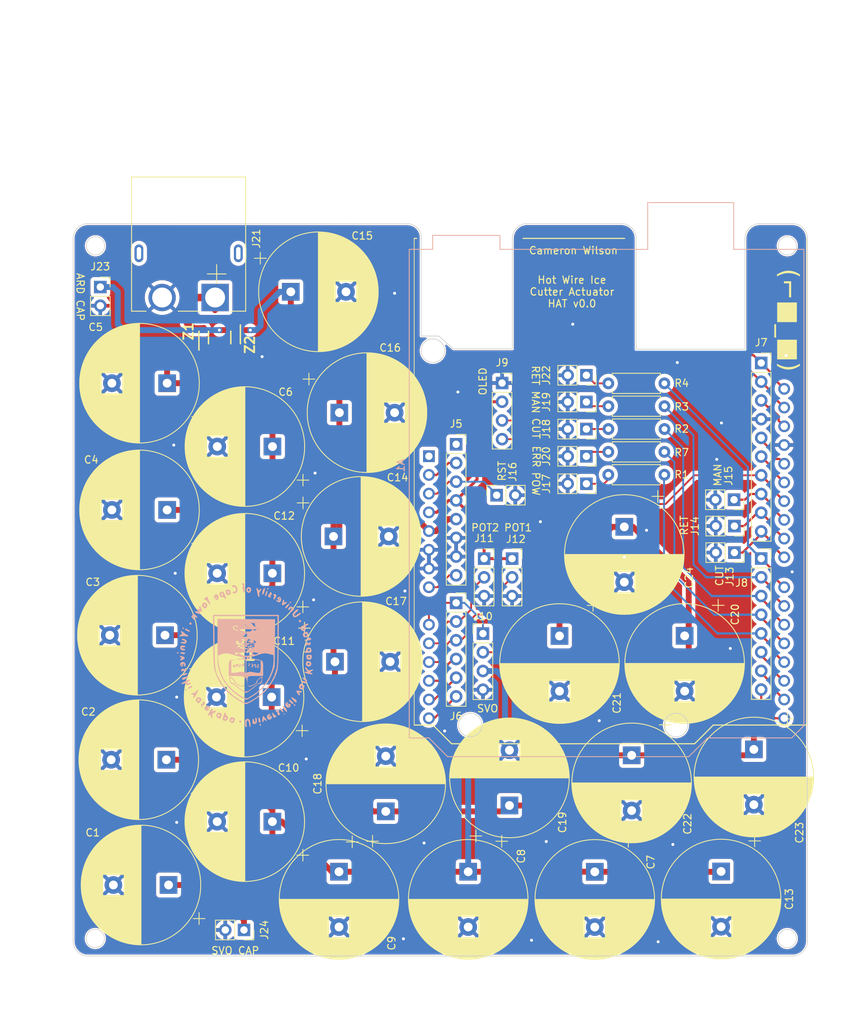
<source format=kicad_pcb>
(kicad_pcb (version 20221018) (generator pcbnew)
  (title_block (title "Hot Wire Ice Cutter Actuator HAT") (date "2023-09-15") (rev "v0.0") (company "University of Cape Town") (comment 1 "Author: Cameron Wilson") (comment 2 "WLSCAM007"))
  (layers (0 "F.Cu" signal) (31 "B.Cu" signal) (34 "B.Paste" user) (35 "F.Paste" user) (36 "B.SilkS" user "B.Silkscreen") (37 "F.SilkS" user "F.Silkscreen") (38 "B.Mask" user) (39 "F.Mask" user) (44 "Edge.Cuts" user))
  (net 0 "")
  (net 1 "/IOREF")
  (net 2 "/RST")
  (net 3 "/3V3")
  (net 4 "/5V")
  (net 5 "GND")
  (net 6 "/Vin")
  (net 7 "/A0")
  (net 8 "/A1")
  (net 9 "/A2")
  (net 10 "/A3")
  (net 11 "/A4")
  (net 12 "/A5")
  (net 13 "/SCL")
  (net 14 "/SDA")
  (net 15 "/AREF")
  (net 16 "/D13")
  (net 17 "/D12")
  (net 18 "/D11")
  (net 19 "/D10")
  (net 20 "/D9")
  (net 21 "/D8")
  (net 22 "/D7")
  (net 23 "/D6")
  (net 24 "/D5")
  (net 25 "/D4")
  (net 26 "/D3")
  (net 27 "/D2")
  (net 28 "/D1")
  (net 29 "/D0")
  (net 31 "Net-(J17-Pin_1)")
  (net 32 "Net-(J18-Pin_1)")
  (net 33 "Net-(J19-Pin_1)")
  (net 34 "Net-(J20-Pin_1)")
  (net 35 "Net-(J22-Pin_1)")
  (net 36 "/SVCB")
  (net 37 "/VCC")
  (footprint "Connector_PinSocket_2.54mm:PinSocket_1x02_P2.54mm_Vertical" (layer "F.Cu") (at 159.579 95.619 -90)
    (fp_text reference "J17")
    (fp_text value "Conn_01x02_Socket")
  )
  (footprint "Connector_PinSocket_2.54mm:PinSocket_1x02_P2.54mm_Vertical" (layer "F.Cu") (at 179.689 101.359 -90)
    (fp_text reference "J14")
    (fp_text value "Conn_01x02_Socket")
  )
  (footprint "Resistor_THT:R_Axial_DIN0207_L6.3mm_D2.5mm_P7.62mm_Horizontal" (layer "F.Cu") (at 170.179 94.394 180)
    (fp_text reference "R1")
    (fp_text value "220R")
  )
  (footprint "Connector_PinSocket_2.54mm:PinSocket_1x02_P2.54mm_Vertical" (layer "F.Cu") (at 179.689 104.959 -90)
    (fp_text reference "J13")
    (fp_text value "Conn_01x02_Socket")
  )
  (footprint "Connector_PinSocket_2.54mm:PinSocket_1x02_P2.54mm_Vertical" (layer "F.Cu") (at 93.554 68.919)
    (fp_text reference "J23")
    (fp_text value "Conn_01x02_Socket")
  )
  (footprint "Capacitor_THT:CP_Radial_D16.0mm_P7.50mm" (layer "F.Cu") (at 132.329 140.081755 90)
    (fp_text reference "C18")
    (fp_text value "4400u")
  )
  (footprint "Connector_PinSocket_2.54mm:PinSocket_1x03_P2.54mm_Vertical" (layer "F.Cu") (at 145.689 105.779)
    (fp_text reference "J11")
    (fp_text value "Conn_01x03_Socket")
  )
  (footprint "Capacitor_THT:CP_Radial_D16.0mm_P7.50mm" (layer "F.Cu") (at 164.729 101.469 -90)
    (fp_text reference "C24")
    (fp_text value "4400u")
  )
  (footprint "Connector_PinSocket_2.54mm:PinSocket_1x08_P2.54mm_Vertical" (layer "F.Cu") (at 183.329 105.769)
    (fp_text reference "J8")
    (fp_text value "Conn_01x08_Socket")
  )
  (footprint "Capacitor_THT:CP_Radial_D16.0mm_P7.50mm" (layer "F.Cu") (at 143.529 148.269 -90)
    (fp_text reference "C8")
    (fp_text value "4400u")
  )
  (footprint "Connector_PinSocket_2.54mm:PinSocket_1x02_P2.54mm_Vertical" (layer "F.Cu") (at 159.579 91.894 -90)
    (fp_text reference "J20")
    (fp_text value "Conn_01x02_Socket")
  )
  (footprint "Resistor_THT:R_Axial_DIN0207_L6.3mm_D2.5mm_P7.62mm_Horizontal" (layer "F.Cu") (at 170.179 91.294 180)
    (fp_text reference "R7")
    (fp_text value "220R")
  )
  (footprint "Resistor_THT:R_Axial_DIN0207_L6.3mm_D2.5mm_P7.62mm_Horizontal" (layer "F.Cu") (at 170.179 81.994 180)
    (fp_text reference "R4")
    (fp_text value "220R")
  )
  (footprint "Capacitor_THT:CP_Radial_D16.0mm_P7.50mm" (layer "F.Cu") (at 102.529 133.069 180)
    (fp_text reference "C2")
    (fp_text value "4400u")
  )
  (footprint "Capacitor_THT:CP_Radial_D16.0mm_P7.50mm" (layer "F.Cu") (at 182.329 131.669 -90)
    (fp_text reference "C23")
    (fp_text value "4400u")
  )
  (footprint "Connector_PinSocket_2.54mm:PinSocket_1x02_P2.54mm_Vertical" (layer "F.Cu") (at 159.579 84.519 -90)
    (fp_text reference "J19")
    (fp_text value "Conn_01x02_Socket")
  )
  (footprint "Connector_PinSocket_2.54mm:PinSocket_1x08_P2.54mm_Vertical" (layer "F.Cu") (at 141.889 90.259)
    (fp_text reference "J5")
    (fp_text value "Conn_01x08_Socket")
  )
  (footprint "Capacitor_THT:CP_Radial_D16.0mm_P7.50mm" (layer "F.Cu") (at 165.729 132.469 -90)
    (fp_text reference "C22")
    (fp_text value "4400u")
  )
  (footprint "Capacitor_THT:CP_Radial_D16.0mm_P7.50mm" (layer "F.Cu") (at 160.719 148.279 -90)
    (fp_text reference "C7")
    (fp_text value "4400u")
  )
  (footprint "Connector_PinHeader_2.54mm:PinHeader_1x04_P2.54mm_Vertical" (layer "F.Cu") (at 145.529 115.949)
    (fp_text reference "J10")
    (fp_text value "Conn_01x04_Pin")
  )
  (footprint "Library:SOD2513X105N" (layer "F.Cu") (at 107.599 75.769 90)
    (fp_text reference "Z1")
    (fp_text value "BZT52C5V6S-7" hide)
  )
  (footprint "Capacitor_THT:CP_Radial_D16.0mm_P7.50mm" (layer "F.Cu") (at 177.879 148.229 -90)
    (fp_text reference "C13")
    (fp_text value "4400u")
  )
  (footprint "Capacitor_THT:CP_Radial_D16.0mm_P7.50mm" (layer "F.Cu") (at 119.429 69.569)
    (fp_text reference "C15")
    (fp_text value "4400u")
  )
  (footprint "Capacitor_THT:CP_Radial_D16.0mm_P7.50mm" (layer "F.Cu") (at 125.979 148.269 -90)
    (fp_text reference "C9")
    (fp_text value "4400u")
  )
  (footprint "Connector_PinSocket_2.54mm:PinSocket_1x03_P2.54mm_Vertical" (layer "F.Cu") (at 149.489 105.779)
    (fp_text reference "J12")
    (fp_text value "Conn_01x03_Socket")
  )
  (footprint "Connector_PinSocket_2.54mm:PinSocket_1x02_P2.54mm_Vertical" (layer "F.Cu") (at 159.579 80.894 -90)
    (fp_text reference "J22")
    (fp_text value "Conn_01x02_Socket")
  )
  (footprint "Connector_PinSocket_2.54mm:PinSocket_1x02_P2.54mm_Vertical" (layer "F.Cu") (at 147.389 97.169 90)
    (fp_text reference "J16")
    (fp_text value "Conn_01x02_Socket")
  )
  (footprint "Library:AMASS_XT60PW-M" (layer "F.Cu") (at 105.55 64.345)
    (fp_text reference "J21")
    (fp_text value "XT60PW-M")
  )
  (footprint "Capacitor_THT:CP_Radial_D16.0mm_P7.50mm" (layer "F.Cu") (at 102.341754 116.169 180)
    (fp_text reference "C3")
    (fp_text value "4400u")
  )
  (footprint "Resistor_THT:R_Axial_DIN0207_L6.3mm_D2.5mm_P7.62mm_Horizontal" (layer "F.Cu") (at 170.189 85.094 180)
    (fp_text reference "R3")
    (fp_text value "220R")
  )
  (footprint "Connector_PinSocket_2.54mm:PinSocket_1x10_P2.54mm_Vertical" (layer "F.Cu") (at 183.329 79.229)
    (fp_text reference "J7")
    (fp_text value "Conn_01x10_Socket")
  )
  (footprint "Capacitor_THT:CP_Radial_D16.0mm_P7.50mm" (layer "F.Cu") (at 102.829 150.069 180)
    (fp_text reference "C1")
    (fp_text value "4400u")
  )
  (footprint "Library:SOD2513X105N" (layer "F.Cu") (at 111.929 75.769 -90)
    (fp_text reference "Z2")
    (fp_text value "BZT52C5V6S-7" hide)
  )
  (footprint "Capacitor_THT:CP_Radial_D16.0mm_P7.50mm" (layer "F.Cu") (at 126.029 85.969)
    (fp_text reference "C16")
    (fp_text value "4400u")
  )
  (footprint "Resistor_THT:R_Axial_DIN0207_L6.3mm_D2.5mm_P7.62mm_Horizontal" (layer "F.Cu") (at 170.189 88.194 180)
    (fp_text reference "R2")
    (fp_text value "220R")
  )
  (footprint "Capacitor_THT:CP_Radial_D16.0mm_P7.50mm" (layer "F.Cu") (at 116.929 141.469 180)
    (fp_text reference "C10")
    (fp_text value "4400u")
  )
  (footprint "Capacitor_THT:CP_Radial_D16.0mm_P7.50mm" (layer "F.Cu") (at 116.829 124.569 180)
    (fp_text reference "C11")
    (fp_text value "4400u")
  )
  (footprint "Capacitor_THT:CP_Radial_D16.0mm_P7.50mm" (layer "F.Cu") (at 116.929 107.769 180)
    (fp_text reference "C12")
    (fp_text value "4400u")
  )
  (footprint "Capacitor_THT:CP_Radial_D16.0mm_P7.50mm" (layer "F.Cu") (at 116.941754 90.569 180)
    (fp_text reference "C6")
    (fp_text value "4400u")
  )
  (footprint "Capacitor_THT:CP_Radial_D16.0mm_P7.50mm" (layer "F.Cu") (at 102.629 99.169 180)
    (fp_text reference "C4")
    (fp_text value "4400u")
  )
  (footprint "Capacitor_THT:CP_Radial_D16.0mm_P7.50mm" (layer "F.Cu") (at 155.929 116.269 -90)
    (fp_text reference "C21")
    (fp_text value "4400u")
  )
  (footprint "Capacitor_THT:CP_Radial_D16.0mm_P7.50mm" (layer "F.Cu") (at 125.429 119.769)
    (fp_text reference "C17")
    (fp_text value "4400u")
  )
  (footprint "Connector_PinSocket_2.54mm:PinSocket_1x02_P2.54mm_Vertical" (layer "F.Cu") (at 179.639 97.784 -90)
    (fp_text reference "J15")
    (fp_text value "Conn_01x02_Socket")
  )
  (footprint "Capacitor_THT:CP_Radial_D16.0mm_P7.50mm" (layer "F.Cu") (at 149.129 139.281755 90)
    (fp_text reference "C19")
    (fp_text value "4400u")
  )
  (footprint "Connector_PinSocket_2.54mm:PinSocket_1x06_P2.54mm_Vertical" (layer "F.Cu") (at 141.889 111.779)
    (fp_text reference "J6")
    (fp_text value "Conn_01x06_Socket")
  )
  (footprint "Connector_PinSocket_2.54mm:PinSocket_1x02_P2.54mm_Vertical" (layer "F.Cu") (at 113.069 156.169 -90)
    (fp_text reference "J24")
    (fp_text value "Conn_01x02_Socket")
  )
  (footprint "Capacitor_THT:CP_Radial_D16.0mm_P7.50mm" (layer "F.Cu") (at 172.929 116.256246 -90)
    (fp_text reference "C20")
    (fp_text value "4400u")
  )
  (footprint "Connector_PinSocket_2.54mm:PinSocket_1x02_P2.54mm_Vertical" (layer "F.Cu") (at 159.579 88.194 -90)
    (fp_text reference "J18")
    (fp_text value "Conn_01x02_Socket")
  )
  (footprint "Connector_PinSocket_2.54mm:PinSocket_1x04_P2.54mm_Vertical" (layer "F.Cu") (at 148.129 81.949)
    (fp_text reference "J9")
    (fp_text value "Conn_01x04_Socket")
  )
  (footprint "Capacitor_THT:CP_Radial_D16.0mm_P7.50mm" (layer "F.Cu") (at 125.229 102.769)
    (fp_text reference "C14")
    (fp_text value "4400u")
  )
  (footprint "Capacitor_THT:CP_Radial_D16.0mm_P7.50mm" (layer "F.Cu") (at 102.629 81.969 180)
    (fp_text reference "C5")
    (fp_text value "4400u")
  )
  (footprint "LOGO" (layer "B.Cu") (at 113.209 118.829 180)
    (fp_text reference "G1")
    (fp_text value "LOGO" hide)
  )
  (footprint "Module:Arduino_UNO_R3" (layer "B.Cu") (at 138.189 91.879 -90)
    (fp_text reference "A1")
    (fp_text value "Arduino_UNO_R3")
  )
  (gr_line (start 141.269 130.899) (end 174.289 130.899) (stroke (width 0.15)) (layer "F.SilkS"))
  (gr_line (start 189.529 128.359) (end 189.529 62.319) (stroke (width 0.1)) (layer "F.SilkS"))
  (gr_line (start 136.189 128.359) (end 138.729 128.359) (stroke (width 0.15)) (layer "F.SilkS"))
  (gr_line (start 174.289 130.899) (end 176.829 128.359) (stroke (width 0.15)) (layer "F.SilkS"))
  (gr_line (start 164.779 62.319) (end 150.979 62.319) (stroke (width 0.15)) (layer "F.SilkS"))
  (gr_line (start 176.829 128.359) (end 189.529 128.359) (stroke (width 0.15)) (layer "F.SilkS"))
  (gr_line (start 136.189 62.319) (end 136.529 62.319) (stroke (width 0.15)) (layer "F.SilkS"))
  (gr_line (start 138.729 128.359) (end 141.269 130.899) (stroke (width 0.15)) (layer "F.SilkS"))
  (gr_line (start 136.189 62.319) (end 136.189 128.359) (stroke (width 0.1)) (layer "F.SilkS"))
  (gr_line (start 149.529 77.319) (end 149.529 62.319) (stroke (width 0.1)) (layer "Edge.Cuts"))
  (gr_line (start 91.869 159.7) (end 187.6 159.7) (stroke (width 0.1)) (layer "Edge.Cuts"))
  (gr_line (start 166.329 77.369) (end 179.529 77.369) (stroke (width 0.1)) (layer "Edge.Cuts"))
  (gr_arc (start 189.6 157.7) (mid 189.014214 159.114214) (end 187.6 159.7) (stroke (width 0.1)) (layer "Edge.Cuts"))
  (gr_arc (start 149.529 62.319) (mid 150.114786 60.904786) (end 151.529 60.319) (stroke (width 0.1)) (layer "Edge.Cuts"))
  (gr_line (start 164.329 60.319) (end 151.529 60.319) (stroke (width 0.1)) (layer "Edge.Cuts"))
  (gr_line (start 181.129 62.3432) (end 181.129 77.369) (stroke (width 0.1)) (layer "Edge.Cuts"))
  (gr_line (start 141.529 77.319) (end 149.529 77.319) (stroke (width 0.1)) (layer "Edge.Cuts"))
  (gr_line (start 89.869 157.7) (end 89.869 62.329) (stroke (width 0.1)) (layer "Edge.Cuts"))
  (gr_line (start 166.329 77.169) (end 166.329 77.369) (stroke (width 0.1)) (layer "Edge.Cuts"))
  (gr_arc (start 135.294827 60.342238) (mid 136.647728 60.943771) (end 137.129 62.344) (stroke (width 0.1)) (layer "Edge.Cuts"))
  (gr_circle (center 143.809 128.359) (end 143.809 129.959) (stroke (width 0.1)) (fill none) (layer "Edge.Cuts"))
  (gr_line (start 139.529 75.569) (end 141.529 77.319) (stroke (width 0.1)) (layer "Edge.Cuts"))
  (gr_line (start 137.129 75.569) (end 139.529 75.569) (stroke (width 0.1)) (layer "Edge.Cuts"))
  (gr_arc (start 164.329 60.319) (mid 165.743214 60.904786) (end 166.329 62.319) (stroke (width 0.1)) (layer "Edge.Cuts"))
  (gr_arc (start 89.869 62.329) (mid 90.454786 60.914786) (end 91.869 60.329) (stroke (width 0.1)) (layer "Edge.Cuts"))
  (gr_line (start 187.6 60.329) (end 183.143214 60.329) (stroke (width 0.1)) (layer "Edge.Cuts"))
  (gr_line (start 189.6 62.329) (end 189.6 157.7) (stroke (width 0.1)) (layer "Edge.Cuts"))
  (gr_circle (center 92.869 157.329) (end 94.119 157.329) (stroke (width 0.1)) (fill none) (layer "Edge.Cuts"))
  (gr_line (start 166.329 76.769) (end 166.329 77.169) (stroke (width 0.1)) (layer "Edge.Cuts"))
  (gr_line (start 91.869 60.329) (end 135.294827 60.342238) (stroke (width 0.1)) (layer "Edge.Cuts"))
  (gr_line (start 137.129 62.344) (end 137.129 75.569) (stroke (width 0.1)) (layer "Edge.Cuts"))
  (gr_line (start 179.529 77.369) (end 181.129 77.369) (stroke (width 0.1)) (layer "Edge.Cuts"))
  (gr_circle (center 186.869 63.329) (end 188.119 63.329) (stroke (width 0.1)) (fill none) (layer "Edge.Cuts"))
  (gr_arc (start 91.869 159.7) (mid 90.454786 159.114214) (end 89.869 157.7) (stroke (width 0.1)) (layer "Edge.Cuts"))
  (gr_arc (start 187.6 60.329) (mid 189.014214 60.914786) (end 189.6 62.329) (stroke (width 0.1)) (layer "Edge.Cuts"))
  (gr_circle (center 171.749 128.359) (end 171.749 129.959) (stroke (width 0.1)) (fill none) (layer "Edge.Cuts"))
  (gr_arc (start 181.129 62.3432) (mid 181.71895 60.918941) (end 183.143214 60.329) (stroke (width 0.1)) (layer "Edge.Cuts"))
  (gr_circle (center 186.869 157.329) (end 188.119 157.329) (stroke (width 0.1)) (fill none) (layer "Edge.Cuts"))
  (gr_circle (center 138.729 77.559) (end 138.729 79.159) (stroke (width 0.1)) (fill none) (layer "Edge.Cuts"))
  (gr_line (start 166.329 72.319) (end 166.329 62.319) (stroke (width 0.1)) (layer "Edge.Cuts"))
  (gr_line (start 166.329 72.319) (end 166.329 76.769) (stroke (width 0.1)) (layer "Edge.Cuts"))
  (gr_circle (center 92.896 63.329) (end 94.146 63.329) (stroke (width 0.1)) (fill none) (layer "Edge.Cuts"))
  (gr_text "RET" (at 173.45 102.7 90) (layer "F.SilkS") (effects (font (size 1 1)) (justify left bottom)))
  (gr_text "MAN" (at 152.099 82.919 -90) (layer "F.SilkS") (effects (font (size 1 1)) (justify left bottom)))
  (gr_text "Hot Wire Ice\nCutter Actuator\nHAT v0.0" (at 157.619 71.759) (layer "F.SilkS") (effects (font (size 1 1)) (justify bottom)))
  (gr_text "OLED" (at 146.1 83.7 90) (layer "F.SilkS") (effects (font (size 1 1)) (justify left bottom)))
  (gr_text "ERR" (at 152.199 90.379 -90) (layer "F.SilkS") (effects (font (size 1 1)) (justify left bottom)))
  (gr_text "RST" (at 148.7 95.35 90) (layer "F.SilkS") (effects (font (size 1 1)) (justify left bottom)))
  (gr_text "SVO" (at 144.639 126.709) (layer "F.SilkS") (effects (font (size 1 1)) (justify left bottom)))
  (gr_text "POW" (at 152.129 93.929 -90) (layer "F.SilkS") (effects (font (size 1 1)) (justify left bottom)))
  (gr_text "SVO CAP" (at 108.549 159.559) (layer "F.SilkS") (effects (font (size 1 1)) (justify left bottom)))
  (gr_text "(⌐■_■)" (at 185.5 66.4 -90) (layer "F.SilkS") (effects (font (size 2.5 2.5)) (justify left bottom)))
  (gr_text "Cameron Wilson" (at 151.699 64.549) (layer "F.SilkS") (effects (font (size 1 1)) (justify left bottom)))
  (gr_text "POT2" (at 143.859 102.159) (layer "F.SilkS") (effects (font (size 1 1)) (justify left bottom)))
  (gr_text "RET" (at 152.099 79.489 -90) (layer "F.SilkS") (effects (font (size 1 1)) (justify left bottom)))
  (gr_text "CUT" (at 178.25 109.6 90) (layer "F.SilkS") (effects (font (size 1 1)) (justify left bottom)))
  (gr_text "CUT" (at 152.149 86.609 -90) (layer "F.SilkS") (effects (font (size 1 1)) (justify left bottom)))
  (gr_text "POT1" (at 148.329 102.159) (layer "F.SilkS") (effects (font (size 1 1)) (justify left bottom)))
  (gr_text "MAN" (at 178 96.05 90) (layer "F.SilkS") (effects (font (size 1 1)) (justify left bottom)))
  (gr_text "ARD CAP" (at 90.249 66.929 -90) (layer "F.SilkS") (effects (font (size 1 1)) (justify left bottom)))
  (segment (start 140.851 92.799) (end 139.231 94.419) (width 0.3) (layer "F.Cu") (net 1))
  (segment (start 139.231 94.419) (end 138.189 94.419) (width 0.3) (layer "F.Cu") (net 1))
  (segment (start 141.889 92.799) (end 140.851 92.799) (width 0.3) (layer "F.Cu") (net 1))
  (segment (start 139.281 96.969) (end 138.199 96.969) (width 0.25) (layer "F.Cu") (net 2))
  (segment (start 141.889 95.339) (end 140.911 95.339) (width 0.25) (layer "F.Cu") (net 2))
  (segment (start 140.911 95.339) (end 139.281 96.969) (width 0.25) (layer "F.Cu") (net 2))
  (segment (start 138.199 96.969) (end 138.189 96.959) (width 0.25) (layer "F.Cu") (net 2))
  (segment (start 141.909 95.359) (end 141.889 95.339) (width 0.25) (layer "F.Cu") (net 2))
  (segment (start 145.669 95.339) (end 147.389 97.059) (width 0.25) (layer "B.Cu") (net 2))
  (segment (start 147.389 97.059) (end 147.389 97.169) (width 0.25) (layer "B.Cu") (net 2))
  (segment (start 141.889 95.339) (end 145.669 95.339) (width 0.25) (layer "B.Cu") (net 2))
  (segment (start 145.689 101.679) (end 145.689 105.779) (width 0.4) (layer "F.Cu") (net 3))
  (segment (start 138.189 99.499) (end 139.251 99.499) (width 0.4) (layer "F.Cu") (net 3))
  (segment (start 144.729 95.039) (end 144.729 85.419) (width 0.4) (layer "F.Cu") (net 3))
  (segment (start 145.689 105.779) (end 149.489 105.779) (width 0.4) (layer "F.Cu") (net 3))
  (segment (start 144.729 85.419) (end 145.659 84.489) (width 0.4) (layer "F.Cu") (net 3))
  (segment (start 141.889 97.879) (end 145.689 101.679) (width 0.4) (layer "F.Cu") (net 3))
  (segment (start 140.871 97.879) (end 141.889 97.879) (width 0.4) (layer "F.Cu") (net 3))
  (segment (start 145.659 84.489) (end 148.129 84.489) (width 0.4) (layer "F.Cu") (net 3))
  (segment (start 139.251 99.499) (end 140.871 97.879) (width 0.4) (layer "F.Cu") (net 3))
  (segment (start 141.889 97.879) (end 144.729 95.039) (width 0.4) (layer "F.Cu") (net 3))
  (segment (start 135.319 99.169) (end 138.189 102.039) (width 0.8) (layer "F.Cu") (net 4))
  (segment (start 159.889 104.661) (end 159.889 108.689) (width 0.8) (layer "F.Cu") (net 4))
  (segment (start 173.479 109.029) (end 167.379 102.929) (width 0.8) (layer "F.Cu") (net 4))
  (segment (start 119.429 77.379) (end 126.029 83.979) (width 0.8) (layer "F.Cu") (net 4))
  (segment (start 163.081 101.469) (end 159.889 104.661) (width 0.8) (layer "F.Cu") (net 4))
  (segment (start 130.581755 140.081755) (end 132.329 140.081755) (width 0.8) (layer "F.Cu") (net 4))
  (segment (start 125.429 134.929) (end 130.581755 140.081755) (width 0.8) (layer "F.Cu") (net 4))
  (segment (start 126.029 99.169) (end 135.319 99.169) (width 0.8) (layer "F.Cu") (net 4))
  (segment (start 111.929 74.607) (end 111.767 74.769) (width 0.8) (layer "F.Cu") (net 4))
  (segment (start 125.229 99.969) (end 126.029 99.169) (width 0.8) (layer "F.Cu") (net 4))
  (segment (start 113.929 74.769) (end 112.091 74.769) (width 0.8) (layer "F.Cu") (net 4))
  (segment (start 126.029 85.969) (end 126.029 101.969) (width 0.8) (layer "F.Cu") (net 4))
  (segment (start 166.749 102.299) (end 165.919 101.469) (width 0.8) (layer "F.Cu") (net 4))
  (segment (start 164.729 101.469) (end 163.081 101.469) (width 0.8) (layer "F.Cu") (net 4))
  (segment (start 182.329 131.669) (end 182.329 128.169) (width 0.8) (layer "F.Cu") (net 4))
  (segment (start 167.334786 102.929) (end 166.749 102.343214) (width 0.8) (layer "F.Cu") (net 4))
  (segment (start 166.749 102.343214) (end 166.749 102.299) (width 0.8) (layer "F.Cu") (net 4))
  (segment (start 140.781 100.419) (end 139.15 102.05) (width 0.8) (layer "F.Cu") (net 4))
  (segment (start 125.229 119.569) (end 125.429 119.769) (width 0.25) (layer "F.Cu") (net 4))
  (segment (start 173.479 119.319) (end 173.479 109.029) (width 0.8) (layer "F.Cu") (net 4))
  (segment (start 181.529 132.469) (end 182.329 131.669) (width 0.8) (layer "F.Cu") (net 4))
  (segment (start 119.429 69.569) (end 119.429 77.379) (width 0.8) (layer "F.Cu") (net 4))
  (segment (start 111.767 74.769) (end 109.729 74.769) (width 0.8) (layer "F.Cu") (net 4))
  (segment (start 155.929 112.649) (end 155.929 116.269) (width 0.8) (layer "F.Cu") (net 4))
  (segment (start 167.379 102.929) (end 167.334786 102.929) (width 0.8) (layer "F.Cu") (net 4))
  (segment (start 148.329 140.081755) (end 149.129 139.281755) (width 0.8) (layer "F.Cu") (net 4))
  (segment (start 139.15 102.05) (end 138.2 102.05) (width 0.8) (layer "F.Cu") (net 4))
  (segment (start 126.029 83.979) (end 126.029 85.969) (width 0.8) (layer "F.Cu") (net 4))
  (segment (start 163.781 132.469) (end 165.729 132.469) (width 0.8) (layer "F.Cu") (net 4))
  (segment (start 126.029 101.969) (end 125.229 102.769) (width 0.25) (layer "F.Cu") (net 4))
  (segment (start 125.229 102.769) (end 125.229 99.969) (width 0.8) (layer "F.Cu") (net 4))
  (segment (start 125.229 102.769) (end 125.229 119.569) (width 0.8) (layer "F.Cu") (net 4))
  (segment (start 165.729 132.469) (end 181.529 132.469) (width 0.8) (layer "F.Cu") (net 4))
  (segment (start 138.2 102.05) (end 138.189 102.039) (width 0.8) (layer "F.Cu") (net 4))
  (segment (start 125.429 119.769) (end 125.429 134.929) (width 0.8) (layer "F.Cu") (net 4))
  (segment (start 165.919 101.469) (end 164.729 101.469) (width 0.8) (layer "F.Cu") (net 4))
  (segment (start 156.968245 139.281755) (end 163.781 132.469) (width 0.8) (layer "F.Cu") (net 4))
  (segment (start 132.329 140.081755) (end 148.329 140.081755) (width 0.8) (layer "F.Cu") (net 4))
  (segment (start 159.889 108.689) (end 155.929 112.649) (width 0.8) (layer "F.Cu") (net 4))
  (segment (start 182.329 128.169) (end 173.479 119.319) (width 0.8) (layer "F.Cu") (net 4))
  (segment (start 149.129 139.281755) (end 156.968245 139.281755) (width 0.8) (layer "F.Cu") (net 4))
  (segment (start 112.091 74.769) (end 111.929 74.607) (width 0.8) (layer "F.Cu") (net 4))
  (segment (start 141.889 100.419) (end 140.781 100.419) (width 0.8) (layer "F.Cu") (net 4))
  (via (at 109.729 74.769) (size 0.8) (drill 0.4) (layers "F.Cu" "B.Cu") (net 4))
  (via (at 113.929 74.769) (size 0.8) (drill 0.4) (layers "F.Cu" "B.Cu") (net 4))
  (segment (start 115.329 72.169) (end 115.329 74.169) (width 0.8) (layer "B.Cu") (net 4))
  (segment (start 95.279 68.919) (end 93.554 68.919) (width 0.8) (layer "B.Cu") (net 4))
  (segment (start 115.329 74.169) (end 114.729 74.769) (width 0.8) (layer "B.Cu") (net 4))
  (segment (start 117.929 69.569) (end 115.329 72.169) (width 0.8) (layer "B.Cu") (net 4))
  (segment (start 119.429 69.569) (end 117.929 69.569) (width 0.8) (layer "B.Cu") (net 4))
  (segment (start 114.729 74.769) (end 113.929 74.769) (width 0.8) (layer "B.Cu") (net 4))
  (segment (start 95.929 73.969) (end 95.929 69.569) (width 0.8) (layer "B.Cu") (net 4))
  (segment (start 109.729 74.769) (end 96.729 74.769) (width 0.8) (layer "B.Cu") (net 4))
  (segment (start 95.929 69.569) (end 95.279 68.919) (width 0.8) (layer "B.Cu") (net 4))
  (segment (start 96.729 74.769) (end 95.929 73.969) (width 0.8) (layer "B.Cu") (net 4))
  (segment (start 139.981 107.119) (end 140 107.1) (width 0.4) (layer "F.Cu") (net 5))
  (segment (start 139.979 104.619) (end 139.939 104.579) (width 0.4) (layer "F.Cu") (net 5))
  (segment (start 184.929 87.129) (end 184.649 86.849) (width 0.4) (layer "F.Cu") (net 5))
  (segment (start 183.789 87.029) (end 183.789 86.689) (width 0.3) (layer "F.Cu") (net 5))
  (segment (start 184.649 86.849) (end 183.329 86.849) (width 0.4) (layer "F.Cu") (net 5))
  (segment (start 140.451 105.499) (end 141.889 105.499) (width 0.4) (layer "F.Cu") (net 5))
  (segment (start 140 107.1) (end 140 105.95) (width 0.4) (layer "F.Cu") (net 5))
  (segment (start 138.189 107.119) (end 139.981 107.119) (width 0.4) (layer "F.Cu") (net 5))
  (segment (start 184.929 90.211182) (end 184.929 87.129) (width 0.4) (layer "F.Cu") (net 5))
  (segment (start 140.439 102.959) (end 139.979 103.419) (width 0.4) (layer "F.Cu") (net 5))
  (segment (start 139.979 103.419) (end 139.979 104.619) (width 0.4) (layer "F.Cu") (net 5))
  (segment (start 186.449 90.359) (end 186.319 90.359) (width 0.3) (layer "F.Cu") (net 5))
  (segment (start 140 105.95) (end 140.451 105.499) (width 0.4) (layer "F.Cu") (net 5))
  (segment (start 186.319 90.359) (end 185.076818 90.359) (width 0.4) (layer "F.Cu") (net 5))
  (segment (start 141.889 102.959) (end 140.439 102.959) (width 0.4) (layer "F.Cu") (net 5))
  (segment (start 139.939 104.579) (end 138.189 104.579) (width 0.4) (layer "F.Cu") (net 5))
  (segment (start 185.076818 90.359) (end 184.929 90.211182) (width 0.4) (layer "F.Cu") (net 5))
  (via (at 152.129 157.569) (size 0.8) (drill 0.4) (layers "F.Cu" "B.Cu") (net 5))
  (via (at 177.289 92.309) (size 0.8) (drill 0.4) (layers "F.Cu" "B.Cu") (net 5))
  (via (at 179.129 117.969) (size 0.8) (drill 0.4) (layers "F.Cu" "B.Cu") (net 5))
  (via (at 161.329 127.769) (size 0.8) (drill 0.4) (layers "F.Cu" "B.Cu") (net 5))
  (via (at 133.529 69.769) (size 0.8) (drill 0.4) (layers "F.Cu" "B.Cu") (net 5))
  (via (at 164.729 105.569) (size 0.8) (drill 0.4) (layers "F.Cu" "B.Cu") (net 5))
  (via (at 115.529 78.369) (size 0.8) (drill 0.4) (layers "F.Cu" "B.Cu") (net 5))
  (via (at 103.929 141.569) (size 0.8) (drill 0.4) (layers "F.Cu" "B.Cu") (net 5))
  (via (at 167.749 101.929) (size 0.8) (drill 0.4) (layers "F.Cu" "B.Cu") (net 5))
  (via (at 103.529 90.369) (size 0.8) (drill 0.4) (layers "F.Cu" "B.Cu") (net 5))
  (via (at 169.329 157.769) (size 0.8) (drill 0.4) (layers "F.Cu" "B.Cu") (net 5))
  (via (at 153.329 100.769) (size 0.8) (drill 0.4) (layers "F.Cu" "B.Cu") (net 5))
  (via (at 186.709 78.209) (size 0.8) (drill 0.4) (layers "F.Cu" "B.Cu") (net 5))
  (via (at 121.529 132.969) (size 0.8) (drill 0.4) (layers "F.Cu" "B.Cu") (net 5))
  (via (at 171.329 144.569) (size 0.8) (drill 0.4) (layers "F.Cu" "B.Cu") (net 5))
  (via (at 154.129 144.169) (size 0.8) (drill 0.4) (layers "F.Cu" "B.Cu") (net 5))
  (via (at 103.729 107.769) (size 0.8) (drill 0.4) (layers "F.Cu" "B.Cu") (net 5))
  (via (at 134.929 110.169) (size 0.8) (drill 0.4) (layers "F.Cu" "B.Cu") (net 5))
  (via (at 122.729 94.169) (size 0.8) (drill 0.4) (layers "F.Cu" "B.Cu") (net 5))
  (via (at 157.729 73.969) (size 0.8) (drill 0.4) (layers "F.Cu" "B.Cu") (net 5))
  (via (at 140.329 129.169) (size 0.8) (drill 0.4) (layers "F.Cu" "B.Cu") (net 5))
  (via (at 134.729 157.369) (size 0.8) (drill 0.4) (layers "F.Cu" "B.Cu") (net 5))
  (via (at 177.929 87.369) (size 0.8) (drill 0.4) (layers "F.Cu" "B.Cu") (net 5))
  (via (at 137.529 144.369) (size 0.8) (drill 0.4) (layers "F.Cu" "B.Cu") (net 5))
  (via (at 122.529 111.369) (size 0.8) (drill 0.4) (layers "F.Cu" "B.Cu") (net 5))
  (via (at 142.129 83.169) (size 0.8) (drill 0.4) (layers "F.Cu" "B.Cu") (net 5))
  (via (at 103.929 124.569) (size 0.8) (drill 0.4) (layers "F.Cu" "B.Cu") (net 5))
  (via (at 171.929 79.169) (size 0.8) (drill 0.4) (layers "F.Cu" "B.Cu") (net 5))
  (via (at 187.529 107.569) (size 0.8) (drill 0.4) (layers "F.Cu" "B.Cu") (net 5))
  (segment (start 139.341 109.659) (end 140.961 108.039) (width 0.25) (layer "F.Cu") (net 6))
  (segment (start 140.961 108.039) (end 141.889 108.039) (width 0.25) (layer "F.Cu") (net 6))
  (segment (start 138.189 109.659) (end 139.341 109.659) (width 0.25) (layer "F.Cu") (net 6))
  (segment (start 139.821 111.779) (end 138.189 113.411) (width 0.25) (layer "F.Cu") (net 7))
  (segment (start 138.189 113.411) (end 138.189 114.739) (width 0.25) (layer "F.Cu") (net 7))
  (segment (start 141.889 111.779) (end 139.821 111.779) (width 0.25) (layer "F.Cu") (net 7))
  (segment (start 141.889 111.779) (end 143.019 111.779) (width 0.25) (layer "B.Cu") (net 7))
  (segment (start 143.019 111.779) (end 145.529 114.289) (width 0.25) (layer "B.Cu") (net 7))
  (segment (start 145.529 114.289) (end 145.529 115.949) (width 0.25) (layer "B.Cu") (net 7))
  (segment (start 142.279 114.319) (end 143.929 112.669) (width 0.25) (layer "F.Cu") (net 8))
  (segment (start 139.421 117.279) (end 138.189 117.279) (width 0.25) (layer "F.Cu") (net 8))
  (segment (start 141.889 114.319) (end 140.781 114.319) (width 0.25) (layer "F.Cu") (net 8))
  (segment (start 141.889 114.319) (end 142.279 114.319) (width 0.25) (layer "F.Cu") (net 8))
  (segment (start 140.05 115.05) (end 140.05 116.65) (width 0.25) (layer "F.Cu") (net 8))
  (segment (start 143.929 112.669) (end 143.929 110.079) (width 0.25) (layer "F.Cu") (net 8))
  (segment (start 143.929 110.079) (end 145.689 108.319) (width 0.25) (layer "F.Cu") (net 8))
  (segment (start 140.781 114.319) (end 140.05 115.05) (width 0.25) (layer "F.Cu") (net 8))
  (segment (start 140.05 116.65) (end 139.421 117.279) (width 0.25) (layer "F.Cu") (net 8))
  (segment (start 141.889 116.859) (end 141.191 116.859) (width 0.25) (layer "F.Cu") (net 9))
  (segment (start 144.575396 113.359) (end 146.689 113.359) (width 0.25) (layer "F.Cu") (net 9))
  (segment (start 147.529 110.279) (end 149.489 108.319) (width 0.25) (layer "F.Cu") (net 9))
  (segment (start 140.3 117.75) (end 140.3 118.95) (width 0.25) (layer "F.Cu") (net 9))
  (segment (start 142.559 116.859) (end 143.529 115.889) (width 0.25) (layer "F.Cu") (net 9))
  (segment (start 143.529 114.405396) (end 144.575396 113.359) (width 0.25) (layer "F.Cu") (net 9))
  (segment (start 141.191 116.859) (end 140.3 117.75) (width 0.25) (layer "F.Cu") (net 9))
  (segment (start 141.889 116.859) (end 142.559 116.859) (width 0.25) (layer "F.Cu") (net 9))
  (segment (start 140.3 118.95) (end 139.431 119.819) (width 0.25) (layer "F.Cu") (net 9))
  (segment (start 146.689 113.359) (end 147.529 112.519) (width 0.25) (layer "F.Cu") (net 9))
  (segment (start 139.431 119.819) (end 138.189 119.819) (width 0.25) (layer "F.Cu") (net 9))
  (segment (start 143.529 115.889) (end 143.529 114.405396) (width 0.25) (layer "F.Cu") (net 9))
  (segment (start 147.529 112.519) (end 147.529 110.279) (width 0.25) (layer "F.Cu") (net 9))
  (segment (start 140.2 120.7) (end 140.2 121.65) (width 0.3) (layer "F.Cu") (net 10))
  (segment (start 139.491 122.359) (end 138.189 122.359) (width 0.3) (layer "F.Cu") (net 10))
  (segment (start 141.889 119.399) (end 141.501 119.399) (width 0.3) (layer "F.Cu") (net 10))
  (segment (start 141.501 119.399) (end 140.2 120.7) (width 0.3) (layer "F.Cu") (net 10))
  (segment (start 140.2 121.65) (end 139.491 122.359) (width 0.3) (layer "F.Cu") (net 10))
  (segment (start 138.929 124.899) (end 138.189 124.899) (width 0.3) (layer "F.Cu") (net 11))
  (segment (start 141.889 121.939) (end 138.929 124.899) (width 0.3) (layer "F.Cu") (net 11))
  (segment (start 141.889 124.479) (end 138.929 127.439) (width 0.3) (layer "F.Cu") (net 12))
  (segment (start 138.929 127.439) (end 138.189 127.439) (width 0.3) (layer "F.Cu") (net 12))
  (segment (start 151.529 85.071) (end 149.571 87.029) (width 0.25) (layer "F.Cu") (net 13))
  (segment (start 161.529 76.569) (end 158.529 76.569) (width 0.3) (layer "F.Cu") (net 13))
  (segment (start 186.449 82.739) (end 184.929 81.219) (width 0.3) (layer "F.Cu") (net 13))
  (segment (start 184.929 80.829) (end 183.329 79.229) (width 0.3) (layer "F.Cu") (net 13))
  (segment (start 151.529 80.169) (end 151.529 85.071) (width 0.25) (layer "F.Cu") (net 13))
  (segment (start 183.329 79.229) (end 182.269 78.169) (width 0.3) (layer "F.Cu") (net 13))
  (segment (start 158.529 76.569) (end 155.129 76.569) (width 0.25) (layer "F.Cu") (net 13))
  (segment (start 182.269 78.169) (end 163.129 78.169) (width 0.3) (layer "F.Cu") (net 13))
  (segment (start 155.129 76.569) (end 151.529 80.169) (width 0.25) (layer "F.Cu") (net 13))
  (segment (start 149.571 87.029) (end 148.129 87.029) (width 0.25) (layer "F.Cu") (net 13))
  (segment (start 184.929 81.219) (end 184.929 80.829) (width 0.3) (layer "F.Cu") (net 13))
  (segment (start 163.129 78.169) (end 161.529 76.569) (width 0.3) (layer "F.Cu") (net 13))
  (segment (start 184.929 83.759) (end 184.929 83.369) (width 0.3) (layer "F.Cu") (net 14))
  (segment (start 183.329 81.769) (end 181.529 79.969) (width 0.3) (layer "F.Cu") (net 14))
  (segment (start 161.129 78.169) (end 155.529 78.169) (width 0.25) (layer "F.Cu") (net 14))
  (segment (start 152.929 86.321) (end 149.681 89.569) (width 0.25) (layer "F.Cu") (net 14))
  (segment (start 180.929 79.969) (end 162.929 79.969) (width 0.25) (layer "F.Cu") (net 14))
  (segment (start 184.929 83.369) (end 183.329 81.769) (width 0.3) (layer "F.Cu") (net 14))
  (segment (start 152.929 80.769) (end 152.929 86.321) (width 0.25) (layer "F.Cu") (net 14))
  (segment (start 162.929 79.969) (end 161.129 78.169) (width 0.25) (layer "F.Cu") (net 14))
  (segment (start 186.449 85.279) (end 184.929 83.759) (width 0.3) (layer "F.Cu") (net 14))
  (segment (start 149.681 89.569) (end 148.129 89.569) (width 0.25) (layer "F.Cu") (net 14))
  (segment (start 155.529 78.169) (end 152.929 80.769) (width 0.25) (layer "F.Cu") (net 14))
  (segment (start 181.529 79.969) (end 180.929 79.969) (width 0.3) (layer "F.Cu") (net 14))
  (segment (start 185.7 86.45) (end 184.45 85.2) (width 0.3) (layer "F.Cu") (net 15))
  (segment (start 185.7 87.07) (end 185.7 86.45) (width 0.3) (layer "F.Cu") (net 15))
  (segment (start 186.449 87.819) (end 185.7 87.07) (width 0.3) (layer "F.Cu") (net 15))
  (segment (start 184.45 85.2) (end 184.22 85.2) (width 0.3) (layer "F.Cu") (net 15))
  (segment (start 184.22 85.2) (end 183.329 84.309) (width 0.3) (layer "F.Cu") (net 15))
  (segment (start 184.9 92) (end 184.9 91.25) (width 0.3) (layer "F.Cu") (net 16))
  (segment (start 184.9 91.25) (end 183.329 89.679) (width 0.3) (layer "F.Cu") (net 16))
  (segment (start 185.15 92.25) (end 184.9 92) (width 0.3) (layer "F.Cu") (net 16))
  (segment (start 185.8 92.25) (end 185.15 92.25) (width 0.3) (layer "F.Cu") (net 16))
  (segment (start 186.449 92.899) (end 185.8 92.25) (width 0.3) (layer "F.Cu") (net 16))
  (segment (start 183.329 89.679) (end 183.329 89.389) (width 0.3) (layer "F.Cu") (net 16))
  (segment (start 184.929 93.919) (end 184.929 93.529) (width 0.3) (layer "F.Cu") (net 17))
  (segment (start 186.449 95.439) (end 184.929 93.919) (width 0.3) (layer "F.Cu") (net 17))
  (segment (start 184.929 93.529) (end 183.329 91.929) (width 0.3) (layer "F.Cu") (net 17))
  (segment (start 156.354 106.794) (end 156.354 104.744) (width 0.25) (layer "F.Cu") (net 18))
  (segment (start 152.929 112.769) (end 152.929 110.219) (width 0.25) (layer "F.Cu") (net 18))
  (segment (start 152.929 110.219) (end 156.354 106.794) (width 0.25) (layer "F.Cu") (net 18))
  (segment (start 174.229 94.469) (end 183.329 94.469) (width 0.25) (layer "F.Cu") (net 18))
  (segment (start 186.449 97.979) (end 184.929 96.459) (width 0.3) (layer "F.Cu") (net 18))
  (segment (start 184.929 96.069) (end 183.329 94.469) (width 0.3) (layer "F.Cu") (net 18))
  (segment (start 184.929 96.459) (end 184.929 96.069) (width 0.3) (layer "F.Cu") (net 18))
  (segment (start 170.329 98.369) (end 174.229 94.469) (width 0.25) (layer "F.Cu") (net 18))
  (segment (start 145.529 118.489) (end 147.209 118.489) (width 0.25) (layer "F.Cu") (net 18))
  (segment (start 162.729 98.369) (end 170.329 98.369) (width 0.25) (layer "F.Cu") (net 18))
  (segment (start 147.209 118.489) (end 152.929 112.769) (width 0.25) (layer "F.Cu") (net 18))
  (segment (start 156.354 104.744) (end 162.729 98.369) (width 0.25) (layer "F.Cu") (net 18))
  (segment (start 181.114 97.784) (end 179.639 97.784) (width 0.3) (layer "F.Cu") (net 19))
  (segment (start 184.929 98.999) (end 184.929 98.609) (width 0.3) (layer "F.Cu") (net 19))
  (segment (start 184.929 98.609) (end 183.329 97.009) (width 0.3) (layer "F.Cu") (net 19))
  (segment (start 183.329 97.009) (end 181.889 97.009) (width 0.3) (layer "F.Cu") (net 19))
  (segment (start 186.449 100.519) (end 184.929 98.999) (width 0.3) (layer "F.Cu") (net 19))
  (segment (start 181.889 97.009) (end 181.114 97.784) (width 0.3) (layer "F.Cu") (net 19))
  (segment (start 183.329 99.549) (end 182.81 99.549) (width 0.3) (layer "F.Cu") (net 20))
  (segment (start 186.449 103.059) (end 184.929 101.539) (width 0.3) (layer "F.Cu") (net 20))
  (segment (start 184.929 101.539) (end 184.929 101.149) (width 0.3) (layer "F.Cu") (net 20))
  (segment (start 181 101.359) (end 179.689 101.359) (width 0.3) (layer "F.Cu") (net 20))
  (segment (start 184.929 101.149) (end 183.329 99.549) (width 0.3) (layer "F.Cu") (net 20))
  (segment (start 182.81 99.549) (end 181 101.359) (width 0.3) (layer "F.Cu") (net 20))
  (segment (start 183.329 102.089) (end 183.329 102.421) (width 0.3) (layer "F.Cu") (net 21))
  (segment (start 183.329 102.421) (end 180.791 104.959) (width 0.3) (layer "F.Cu") (net 21))
  (segment (start 184.929 103.689) (end 183.329 102.089) (width 0.3) (layer "F.Cu") (net 21))
  (segment (start 184.929 104.079) (end 184.929 103.689) (width 0.3) (layer "F.Cu") (net 21))
  (segment (start 180.791 104.959) (end 179.689 104.959) (width 0.3) (layer "F.Cu") (net 21))
  (segment (start 186.449 105.599) (end 184.929 104.079) (width 0.3) (layer "F.Cu") (net 21))
  (segment (start 184.929 107.369) (end 184.929 108.139) (width 0.3) (layer "F.Cu") (net 22))
  (segment (start 183.329 105.769) (end 184.929 107.369) (width 0.3) (layer "F.Cu") (net 22))
  (segment (start 184.929 108.139) (end 186.449 109.659) (width 0.3) (layer "F.Cu") (net 22))
  (segment (start 181.529 103.969) (end 181.529 93.369) (width 0.3) (layer "B.Cu") (net 22))
  (segment (start 183.329 105.769) (end 181.529 103.969) (width 0.3) (layer "B.Cu") (net 22))
  (segment (start 181.529 93.369) (end 170.179 82.019) (width 0.25) (layer "B.Cu") (net 22))
  (segment (start 170.179 82.019) (end 170.179 81.994) (width 0.25) (layer "B.Cu") (net 22))
  (segment (start 186.449 112.199) (end 184.929 110.679) (width 0.3) (layer "F.Cu") (net 23))
  (segment (start 184.929 110.679) (end 184.929 109.909) (width 0.3) (layer "F.Cu") (net 23))
  (segment (start 184.929 109.909) (end 183.329 108.309) (width 0.3) (layer "F.Cu") (net 23))
  (segment (start 174.129 106.569) (end 174.129 89.034) (width 0.25) (layer "B.Cu") (net 23))
  (segment (start 175.729 108.169) (end 174.129 106.569) (width 0.25) (layer "B.Cu") (net 23))
  (segment (start 175.869 108.309) (end 175.729 108.169) (width 0.3) (layer "B.Cu") (net 23))
  (segment (start 183.329 108.309) (end 175.869 108.309) (width 0.3) (layer "B.Cu") (net 23))
  (segment (start 174.129 89.034) (end 170.189 85.094) (width 0.25) (layer "B.Cu") (net 23))
  (segment (start 186.449 114.739) (end 184.929 113.219) (width 0.3) (layer "F.Cu") (net 24))
  (segment (start 183.789 110.829) (end 183.789 110.749) (width 0.3) (layer "F.Cu") (net 24))
  (segment (start 184.929 112.769) (end 183.329 111.169) (width 0.3) (layer "F.Cu") (net 24))
  (segment (start 183.329 111.169) (end 183.329 110.849) (width 0.3) (layer "F.Cu") (net 24))
  (segment (start 184.929 113.219) (end 184.929 112.769) (width 0.3) (layer "F.Cu") (net 24))
  (segment (start 176.509 110.749) (end 172.729 106.969) (width 0.25) (layer "B.Cu") (net 24))
  (segment (start 176.609 110.849) (end 176.509 110.749) (width 0.3) (layer "B.Cu") (net 24))
  (segment (start 172.729 106.969) (end 172.729 90.734) (width 0.25) (layer "B.Cu") (net 24))
  (segment (start 172.729 90.734) (end 170.189 88.194) (width 0.25) (layer "B.Cu") (net 24))
  (segment (start 183.329 110.849) (end 176.609 110.849) (width 0.3) (layer "B.Cu") (net 24))
  (segment (start 184.929 115.759) (end 184.929 115.369) (width 0.3) (layer "F.Cu") (net 25))
  (segment (start 184.929 115.369) (end 183.329 113.769) (width 0.3) (layer "F.Cu") (net 25))
  (segment (start 186.449 117.279) (end 184.929 115.759) (width 0.3) (layer "F.Cu") (net 25))
  (segment (start 183.329 113.769) (end 183.329 113.389) (width 0.3) (layer "F.Cu") (net 25))
  (segment (start 171.529 92.644) (end 171.529 107.969) (width 0.25) (layer "B.Cu") (net 25))
  (segment (start 170.179 91.294) (end 171.529 92.644) (width 0.25) (layer "B.Cu") (net 25))
  (segment (start 171.529 107.969) (end 176.829 113.269) (width 0.25) (layer "B.Cu") (net 25))
  (segment (start 176.829 113.269) (end 176.849 113.289) (width 0.25) (layer "B.Cu") (net 25))
  (segment (start 176.949 113.389) (end 176.829 113.269) (width 0.3) (layer "B.Cu") (net 25))
  (segment (start 183.329 113.389) (end 176.949 113.389) (width 0.3) (layer "B.Cu") (net 25))
  (segment (start 184.929 118.369) (end 184.929 117.769) (width 0.3) (layer "F.Cu") (net 26))
  (segment (start 184.929 117.769) (end 183.329 116.169) (width 0.3) (layer "F.Cu") (net 26))
  (segment (start 186.379 119.819) (end 184.929 118.369) (width 0.3) (layer "F.Cu") (net 26))
  (segment (start 183.329 116.169) (end 183.329 115.929) (width 0.3) (layer "F.Cu") (net 26))
  (segment (start 186.449 119.819) (end 186.379 119.819) (width 0.3) (layer "F.Cu") (net 26))
  (segment (start 183.329 115.929) (end 177.389 115.929) (width 0.3) (layer "B.Cu") (net 26))
  (segment (start 170.129 94.444) (end 170.179 94.394) (width 0.25) (layer "B.Cu") (net 26))
  (segment (start 177.389 115.929) (end 177.289 115.829) (width 0.3) (layer "B.Cu") (net 26))
  (segment (start 177.289 115.829) (end 170.129 108.669) (width 0.25) (layer "B.Cu") (net 26))
  (segment (start 170.129 108.669) (end 170.129 94.444) (width 0.25) (layer "B.Cu") (net 26))
  (segment (start 184.929 120.969) (end 184.929 120.519) (width 0.3) (layer "F.Cu") (net 27))
  (segment (start 186.449 122.359) (end 186.319 122.359) (width 0.3) (layer "F.Cu") (net 27))
  (segment (start 183.329 118.919) (end 183.329 118.469) (width 0.3) (layer "F.Cu") (net 27))
  (segment (start 186.319 122.359) (end 184.929 120.969) (width 0.3) (layer "F.Cu") (net 27))
  (segment (start 184.929 120.519) (end 183.329 118.919) (width 0.3) (layer "F.Cu") (net 27))
  (segment (start 186.449 124.899) (end 184.929 123.379) (width 0.3) (layer "F.Cu") (net 28))
  (segment (start 184.929 123.379) (end 184.929 122.889) (width 0.3) (layer "F.Cu") (net 28))
  (segment (start 183.329 121.289) (end 183.329 121.009) (width 0.3) (layer "F.Cu") (net 28))
  (segment (start 184.929 122.889) (end 183.329 121.289) (width 0.3) (layer "F.Cu") (net 28))
  (segment (start 185.199 127.439) (end 183.329 125.569) (width 0.3) (layer "F.Cu") (net 29))
  (segment (start 186.449 127.439) (end 185.199 127.439) (width 0.3) (layer "F.Cu") (net 29))
  (segment (start 183.329 125.569) (end 183.329 123.549) (width 0.3) (layer "F.Cu") (net 29))
  (segment (start 162.559 95.041) (end 161.981 95.619) (width 0.25) (layer "F.Cu") (net 31))
  (segment (start 162.559 94.394) (end 162.559 95.041) (width 0.25) (layer "F.Cu") (net 31))
  (segment (start 161.981 95.619) (end 159.579 95.619) (width 0.25) (layer "F.Cu") (net 31))
  (segment (start 162.569 88.194) (end 159.579 88.194) (width 0.25) (layer "F.Cu") (net 32))
  (segment (start 162.569 85.094) (end 160.154 85.094) (width 0.25) (layer "F.Cu") (net 33))
  (segment (start 160.154 85.094) (end 159.579 84.519) (width 0.25) (layer "F.Cu") (net 33))
  (segment (start 162.559 91.294) (end 160.179 91.294) (width 0.25) (layer "F.Cu") (net 34))
  (segment (start 160.179 91.294) (end 159.579 91.894) (width 0.25) (layer "F.Cu") (net 34))
  (segment (start 162.559 81.994) (end 160.679 81.994) (width 0.25) (layer "F.Cu") (net 35))
  (segment (start 160.679 81.994) (end 159.579 80.894) (width 0.25) (layer "F.Cu") (net 35))
  (segment (start 102.629 99.169) (end 110.419 99.169) (width 0.8) (layer "F.Cu") (net 36))
  (segment (start 110.281 116.169) (end 102.341754 116.169) (width 0.8) (layer "F.Cu") (net 36))
  (segment (start 116.929 141.469) (end 118.219 141.469) (width 0.8) (layer "F.Cu") (net 36))
  (segment (start 160.719 148.279) (end 177.829 148.279) (width 0.8) (layer "F.Cu") (net 36))
  (segment (start 160.709 148.269) (end 160.719 148.279) (width 0.25) (layer "F.Cu") (net 36))
  (segment (start 116.929 141.469) (end 116.929 143.371) (width 0.8) (layer "F.Cu") (net 36))
  (segment (start 102.629 81.969) (end 110.269 81.969) (width 0.8) (layer "F.Cu") (net 36))
  (segment (start 102.829 150.069) (end 110.231 150.069) (width 0.8) (layer "F.Cu") (net 36))
  (segment (start 110.231 151.971) (end 113.069 154.809) (width 0.8) (layer "F.Cu") (net 36))
  (segment (start 118.219 141.469) (end 125.019 148.269) (width 0.8) (layer "F.Cu") (net 36))
  (segment (start 125.019 148.269) (end 125.979 148.269) (width 0.8) (layer "F.Cu") (net 36))
  (segment (start 116.829 122.729) (end 116.829 124.569) (width 0.8) (layer "F.Cu") (net 36))
  (segment (start 113.069 154.809) (end 113.069 156.169) (width 0.8) (layer "F.Cu") (net 36))
  (segment (start 110.269 116.169) (end 116.829 122.729) (width 0.8) (layer "F.Cu") (net 36))
  (segment (start 177.829 148.279) (end 177.879 148.229) (width 0.25) (layer "F.Cu") (net 36))
  (segment (start 110.231 150.069) (end 110.231 151.971) (width 0.8) (layer "F.Cu") (net 36))
  (segment (start 110.419 99.169) (end 116.929 105.679) (width 0.8) (layer "F.Cu") (net 36))
  (segment (start 116.929 143.371) (end 110.231 150.069) (width 0.8) (layer "F.Cu") (net 36))
  (segment (start 107.629 76.969) (end 111.891 76.969) (width 0.8) (layer "F.Cu") (net 36))
  (segment (start 110.269 81.969) (end 116.941754 88.641754) (width 0.8) (layer "F.Cu") (net 36))
  (segment (start 107.599 76.999) (end 107.629 76.969) (width 0.8) (layer "F.Cu") (net 36))
  (segment (start 104.949 76.999) (end 102.629 79.319) (width 0.8) (layer "F.Cu") (net 36))
  (segment (start 116.941754 90.569) (end 116.941754 92.558246) (width 0.8) (layer "F.Cu") (net 36))
  (segment (start 116.929 105.679) (end 116.929 107.769) (width 0.8) (layer "F.Cu") (net 36))
  (segment (start 143.529 148.269) (end 160.709 148.269) (width 0.8) (layer "F.Cu") (net 36))
  (segment (start 116.829 126.421) (end 110.181 133.069) (width 0.8) (layer "F.Cu") (net 36))
  (segment (start 116.941754 92.558246) (end 110.331 99.169) (width 0.8) (layer "F.Cu") (net 36))
  (segment (start 111.891 76.969) (end 111.929 76.931) (width 0.8) (layer "F.Cu") (net 36))
  (segment (start 116.929 109.521) (end 110.281 116.169) (width 0.8) (layer "F.Cu") (net 36))
  (segment (start 116.941754 88.641754) (end 116.941754 90.569) (width 0.8) (layer "F.Cu") (net 36))
  (segment (start 116.929 139.879) (end 116.929 141.469) (width 0.8) (layer "F.Cu") (net 36))
  (segment (start 110.119 133.069) (end 116.929 139.879) (width 0.8) (layer "F.Cu") (net 36))
  (segment (start 116.829 124.569) (end 116.829 126.421) (width 0.8) (layer "F.Cu") (net 36))
  (segment (start 107.599 76.999) (end 104.949 76.999) (width 0.8) (layer "F.Cu") (net 36))
  (segment (start 102.629 79.319) (end 102.629 81.969) (width 0.8) (layer "F.Cu") (net 36))
  (segment (start 125.979 148.269) (end 143.529 148.269) (width 0.8) (layer "F.Cu") (net 36))
  (segment (start 102.529 133.069) (end 110.119 133.069) (width 0.8) (layer "F.Cu") (net 36))
  (segment (start 116.929 107.769) (end 116.929 109.521) (width 0.8) (layer "F.Cu") (net 36))
  (segment (start 147.389 121.029) (end 145.529 121.029) (width 0.8) (layer "B.Cu") (net 36))
  (segment (start 143.529 148.269) (end 143.529 132.969) (width 0.8) (layer "B.Cu") (net 36))
  (segment (start 143.529 132.969) (end 148.529 127.969) (width 0.8) (layer "B.Cu") (net 36))
  (segment (start 148.529 122.169) (end 147.389 121.029) (width 0.8) (layer "B.Cu") (net 36))
  (segment (start 148.529 127.969) (end 148.529 122.169) (width 0.8) (layer "B.Cu") (net 36))
  (segment (start 105.35 73.75) (end 106.207 74.607) (width 1) (layer "F.Cu") (net 37))
  (segment (start 106.605 70.345) (end 105.35 71.6) (width 1) (layer "F.Cu") (net 37))
  (segment (start 109.15 70.345) (end 106.605 70.345) (width 1) (layer "F.Cu") (net 37))
  (segment (start 109.129 70.3315) (end 109.129 72.071) (width 0.8) (layer "F.Cu") (net 37))
  (segment (start 105.35 71.6) (end 105.35 73.75) (width 1) (layer "F.Cu") (net 37))
  (segment (start 106.207 74.607) (end 107.599 74.607) (width 1) (layer "F.Cu") (net 37))
  (zone (net 5) (net_name "GND") (layers "F&B.Cu") (priority 1) (connect_pads (clearance 0.5)) (min_thickness 0.25) (fill yes (thermal_gap 0.5) (thermal_bridge_width 0.5))
    (polygon (pts (xy 195.529 55.369) (xy 194.529 164.769) (xy 79.929 168.969) (xy 88.729 29.969) (xy 156.529 34.569)))
  )
)
</source>
